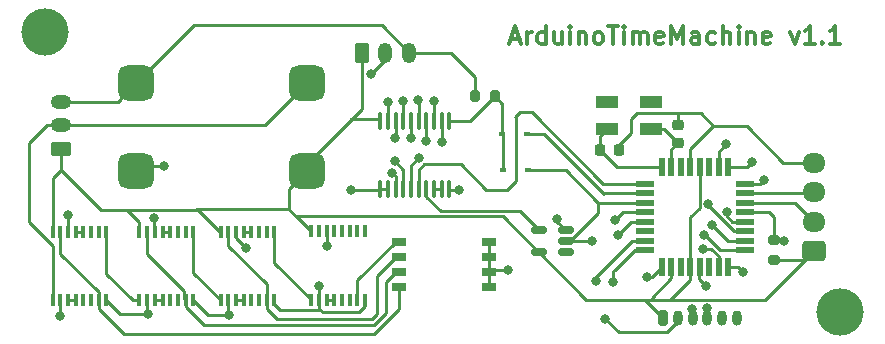
<source format=gbr>
%TF.GenerationSoftware,KiCad,Pcbnew,(6.0.7)*%
%TF.CreationDate,2023-02-24T11:48:17+01:00*%
%TF.ProjectId,freqcount,66726571-636f-4756-9e74-2e6b69636164,rev?*%
%TF.SameCoordinates,PX640f3c0PY67de938*%
%TF.FileFunction,Copper,L1,Top*%
%TF.FilePolarity,Positive*%
%FSLAX46Y46*%
G04 Gerber Fmt 4.6, Leading zero omitted, Abs format (unit mm)*
G04 Created by KiCad (PCBNEW (6.0.7)) date 2023-02-24 11:48:17*
%MOMM*%
%LPD*%
G01*
G04 APERTURE LIST*
G04 Aperture macros list*
%AMRoundRect*
0 Rectangle with rounded corners*
0 $1 Rounding radius*
0 $2 $3 $4 $5 $6 $7 $8 $9 X,Y pos of 4 corners*
0 Add a 4 corners polygon primitive as box body*
4,1,4,$2,$3,$4,$5,$6,$7,$8,$9,$2,$3,0*
0 Add four circle primitives for the rounded corners*
1,1,$1+$1,$2,$3*
1,1,$1+$1,$4,$5*
1,1,$1+$1,$6,$7*
1,1,$1+$1,$8,$9*
0 Add four rect primitives between the rounded corners*
20,1,$1+$1,$2,$3,$4,$5,0*
20,1,$1+$1,$4,$5,$6,$7,0*
20,1,$1+$1,$6,$7,$8,$9,0*
20,1,$1+$1,$8,$9,$2,$3,0*%
G04 Aperture macros list end*
%ADD10C,0.300000*%
%TA.AperFunction,NonConductor*%
%ADD11C,0.300000*%
%TD*%
%TA.AperFunction,ComponentPad*%
%ADD12RoundRect,0.200000X-0.200000X-0.450000X0.200000X-0.450000X0.200000X0.450000X-0.200000X0.450000X0*%
%TD*%
%TA.AperFunction,ComponentPad*%
%ADD13O,0.800000X1.300000*%
%TD*%
%TA.AperFunction,ComponentPad*%
%ADD14RoundRect,0.250000X0.625000X-0.350000X0.625000X0.350000X-0.625000X0.350000X-0.625000X-0.350000X0*%
%TD*%
%TA.AperFunction,ComponentPad*%
%ADD15O,1.750000X1.200000*%
%TD*%
%TA.AperFunction,SMDPad,CuDef*%
%ADD16RoundRect,0.100000X0.100000X-0.637500X0.100000X0.637500X-0.100000X0.637500X-0.100000X-0.637500X0*%
%TD*%
%TA.AperFunction,SMDPad,CuDef*%
%ADD17RoundRect,0.200000X-0.275000X0.200000X-0.275000X-0.200000X0.275000X-0.200000X0.275000X0.200000X0*%
%TD*%
%TA.AperFunction,SMDPad,CuDef*%
%ADD18R,0.600000X0.450000*%
%TD*%
%TA.AperFunction,SMDPad,CuDef*%
%ADD19RoundRect,0.225000X0.250000X-0.225000X0.250000X0.225000X-0.250000X0.225000X-0.250000X-0.225000X0*%
%TD*%
%TA.AperFunction,SMDPad,CuDef*%
%ADD20RoundRect,0.200000X0.200000X0.275000X-0.200000X0.275000X-0.200000X-0.275000X0.200000X-0.275000X0*%
%TD*%
%TA.AperFunction,SMDPad,CuDef*%
%ADD21RoundRect,0.750000X-0.750000X-0.750000X0.750000X-0.750000X0.750000X0.750000X-0.750000X0.750000X0*%
%TD*%
%TA.AperFunction,SMDPad,CuDef*%
%ADD22RoundRect,0.225000X-0.225000X-0.250000X0.225000X-0.250000X0.225000X0.250000X-0.225000X0.250000X0*%
%TD*%
%TA.AperFunction,SMDPad,CuDef*%
%ADD23R,1.900000X1.100000*%
%TD*%
%TA.AperFunction,SMDPad,CuDef*%
%ADD24R,0.400000X1.000000*%
%TD*%
%TA.AperFunction,SMDPad,CuDef*%
%ADD25RoundRect,0.150000X0.512500X0.150000X-0.512500X0.150000X-0.512500X-0.150000X0.512500X-0.150000X0*%
%TD*%
%TA.AperFunction,ComponentPad*%
%ADD26RoundRect,0.250000X-0.350000X-0.625000X0.350000X-0.625000X0.350000X0.625000X-0.350000X0.625000X0*%
%TD*%
%TA.AperFunction,ComponentPad*%
%ADD27O,1.200000X1.750000*%
%TD*%
%TA.AperFunction,SMDPad,CuDef*%
%ADD28R,0.550000X1.600000*%
%TD*%
%TA.AperFunction,SMDPad,CuDef*%
%ADD29R,1.600000X0.550000*%
%TD*%
%TA.AperFunction,ComponentPad*%
%ADD30RoundRect,0.250000X0.725000X-0.600000X0.725000X0.600000X-0.725000X0.600000X-0.725000X-0.600000X0*%
%TD*%
%TA.AperFunction,ComponentPad*%
%ADD31O,1.950000X1.700000*%
%TD*%
%TA.AperFunction,SMDPad,CuDef*%
%ADD32R,1.270000X0.760000*%
%TD*%
%TA.AperFunction,ViaPad*%
%ADD33C,0.800000*%
%TD*%
%TA.AperFunction,ViaPad*%
%ADD34C,4.000000*%
%TD*%
%TA.AperFunction,Conductor*%
%ADD35C,0.250000*%
%TD*%
G04 APERTURE END LIST*
D10*
D11*
X43201428Y25800000D02*
X43915714Y25800000D01*
X43058571Y25371429D02*
X43558571Y26871429D01*
X44058571Y25371429D01*
X44558571Y25371429D02*
X44558571Y26371429D01*
X44558571Y26085715D02*
X44630000Y26228572D01*
X44701428Y26300000D01*
X44844285Y26371429D01*
X44987142Y26371429D01*
X46130000Y25371429D02*
X46130000Y26871429D01*
X46130000Y25442858D02*
X45987142Y25371429D01*
X45701428Y25371429D01*
X45558571Y25442858D01*
X45487142Y25514286D01*
X45415714Y25657143D01*
X45415714Y26085715D01*
X45487142Y26228572D01*
X45558571Y26300000D01*
X45701428Y26371429D01*
X45987142Y26371429D01*
X46130000Y26300000D01*
X47487142Y26371429D02*
X47487142Y25371429D01*
X46844285Y26371429D02*
X46844285Y25585715D01*
X46915714Y25442858D01*
X47058571Y25371429D01*
X47272857Y25371429D01*
X47415714Y25442858D01*
X47487142Y25514286D01*
X48201428Y25371429D02*
X48201428Y26371429D01*
X48201428Y26871429D02*
X48130000Y26800000D01*
X48201428Y26728572D01*
X48272857Y26800000D01*
X48201428Y26871429D01*
X48201428Y26728572D01*
X48915714Y26371429D02*
X48915714Y25371429D01*
X48915714Y26228572D02*
X48987142Y26300000D01*
X49130000Y26371429D01*
X49344285Y26371429D01*
X49487142Y26300000D01*
X49558571Y26157143D01*
X49558571Y25371429D01*
X50487142Y25371429D02*
X50344285Y25442858D01*
X50272857Y25514286D01*
X50201428Y25657143D01*
X50201428Y26085715D01*
X50272857Y26228572D01*
X50344285Y26300000D01*
X50487142Y26371429D01*
X50701428Y26371429D01*
X50844285Y26300000D01*
X50915714Y26228572D01*
X50987142Y26085715D01*
X50987142Y25657143D01*
X50915714Y25514286D01*
X50844285Y25442858D01*
X50701428Y25371429D01*
X50487142Y25371429D01*
X51415714Y26871429D02*
X52272857Y26871429D01*
X51844285Y25371429D02*
X51844285Y26871429D01*
X52772857Y25371429D02*
X52772857Y26371429D01*
X52772857Y26871429D02*
X52701428Y26800000D01*
X52772857Y26728572D01*
X52844285Y26800000D01*
X52772857Y26871429D01*
X52772857Y26728572D01*
X53487142Y25371429D02*
X53487142Y26371429D01*
X53487142Y26228572D02*
X53558571Y26300000D01*
X53701428Y26371429D01*
X53915714Y26371429D01*
X54058571Y26300000D01*
X54130000Y26157143D01*
X54130000Y25371429D01*
X54130000Y26157143D02*
X54201428Y26300000D01*
X54344285Y26371429D01*
X54558571Y26371429D01*
X54701428Y26300000D01*
X54772857Y26157143D01*
X54772857Y25371429D01*
X56058571Y25442858D02*
X55915714Y25371429D01*
X55630000Y25371429D01*
X55487142Y25442858D01*
X55415714Y25585715D01*
X55415714Y26157143D01*
X55487142Y26300000D01*
X55630000Y26371429D01*
X55915714Y26371429D01*
X56058571Y26300000D01*
X56130000Y26157143D01*
X56130000Y26014286D01*
X55415714Y25871429D01*
X56772857Y25371429D02*
X56772857Y26871429D01*
X57272857Y25800000D01*
X57772857Y26871429D01*
X57772857Y25371429D01*
X59130000Y25371429D02*
X59130000Y26157143D01*
X59058571Y26300000D01*
X58915714Y26371429D01*
X58630000Y26371429D01*
X58487142Y26300000D01*
X59130000Y25442858D02*
X58987142Y25371429D01*
X58630000Y25371429D01*
X58487142Y25442858D01*
X58415714Y25585715D01*
X58415714Y25728572D01*
X58487142Y25871429D01*
X58630000Y25942858D01*
X58987142Y25942858D01*
X59130000Y26014286D01*
X60487142Y25442858D02*
X60344285Y25371429D01*
X60058571Y25371429D01*
X59915714Y25442858D01*
X59844285Y25514286D01*
X59772857Y25657143D01*
X59772857Y26085715D01*
X59844285Y26228572D01*
X59915714Y26300000D01*
X60058571Y26371429D01*
X60344285Y26371429D01*
X60487142Y26300000D01*
X61130000Y25371429D02*
X61130000Y26871429D01*
X61772857Y25371429D02*
X61772857Y26157143D01*
X61701428Y26300000D01*
X61558571Y26371429D01*
X61344285Y26371429D01*
X61201428Y26300000D01*
X61130000Y26228572D01*
X62487142Y25371429D02*
X62487142Y26371429D01*
X62487142Y26871429D02*
X62415714Y26800000D01*
X62487142Y26728572D01*
X62558571Y26800000D01*
X62487142Y26871429D01*
X62487142Y26728572D01*
X63201428Y26371429D02*
X63201428Y25371429D01*
X63201428Y26228572D02*
X63272857Y26300000D01*
X63415714Y26371429D01*
X63630000Y26371429D01*
X63772857Y26300000D01*
X63844285Y26157143D01*
X63844285Y25371429D01*
X65130000Y25442858D02*
X64987142Y25371429D01*
X64701428Y25371429D01*
X64558571Y25442858D01*
X64487142Y25585715D01*
X64487142Y26157143D01*
X64558571Y26300000D01*
X64701428Y26371429D01*
X64987142Y26371429D01*
X65130000Y26300000D01*
X65201428Y26157143D01*
X65201428Y26014286D01*
X64487142Y25871429D01*
X66844285Y26371429D02*
X67201428Y25371429D01*
X67558571Y26371429D01*
X68915714Y25371429D02*
X68058571Y25371429D01*
X68487142Y25371429D02*
X68487142Y26871429D01*
X68344285Y26657143D01*
X68201428Y26514286D01*
X68058571Y26442858D01*
X69558571Y25514286D02*
X69630000Y25442858D01*
X69558571Y25371429D01*
X69487142Y25442858D01*
X69558571Y25514286D01*
X69558571Y25371429D01*
X71058571Y25371429D02*
X70201428Y25371429D01*
X70630000Y25371429D02*
X70630000Y26871429D01*
X70487142Y26657143D01*
X70344285Y26514286D01*
X70201428Y26442858D01*
D12*
%TO.P,J4,1,Pin_1*%
%TO.N,+5V*%
X56060000Y2145000D03*
D13*
%TO.P,J4,2,Pin_2*%
%TO.N,Net-(U5-Pad15)*%
X57310000Y2145000D03*
%TO.P,J4,3,Pin_3*%
%TO.N,GND*%
X58560000Y2145000D03*
%TO.P,J4,4,Pin_4*%
%TO.N,Net-(U5-Pad16)*%
X59810000Y2145000D03*
%TO.P,J4,5,Pin_5*%
%TO.N,Net-(U5-Pad17)*%
X61060000Y2145000D03*
%TO.P,J4,6,Pin_6*%
%TO.N,/Reset*%
X62310000Y2145000D03*
%TD*%
D14*
%TO.P,J1,1,Pin_1*%
%TO.N,+5V*%
X5070000Y16480000D03*
D15*
%TO.P,J1,2,Pin_2*%
%TO.N,Net-(J1-Pad2)*%
X5070000Y18480000D03*
%TO.P,J1,3,Pin_3*%
%TO.N,GND*%
X5070000Y20480000D03*
%TD*%
D16*
%TO.P,U6,1,CKLA*%
%TO.N,Net-(J2-Pad2)*%
X32125000Y13127500D03*
%TO.P,U6,2,CLKB*%
X32775000Y13127500D03*
%TO.P,U6,3,~{GAL}*%
%TO.N,GAL*%
X33425000Y13127500D03*
%TO.P,U6,4,~{GAU}*%
%TO.N,GAU*%
X34075000Y13127500D03*
%TO.P,U6,5,~{GBL}*%
%TO.N,GBL*%
X34725000Y13127500D03*
%TO.P,U6,6,~{GBU}*%
%TO.N,GBU*%
X35375000Y13127500D03*
%TO.P,U6,7,RCLK*%
%TO.N,Net-(U6-Pad7)*%
X36025000Y13127500D03*
%TO.P,U6,8,~{RCOA}*%
%TO.N,Net-(U6-Pad8)*%
X36675000Y13127500D03*
%TO.P,U6,9,~{CLKBEN}*%
X37325000Y13127500D03*
%TO.P,U6,10,GND*%
%TO.N,GND*%
X37975000Y13127500D03*
%TO.P,U6,11,~{CCLR}*%
%TO.N,Net-(D1-Pad1)*%
X37975000Y18852500D03*
%TO.P,U6,12,Y7*%
%TO.N,Net-(U5-Pad13)*%
X37325000Y18852500D03*
%TO.P,U6,13,Y6*%
%TO.N,Net-(U5-Pad12)*%
X36675000Y18852500D03*
%TO.P,U6,14,Y5*%
%TO.N,Net-(U5-Pad28)*%
X36025000Y18852500D03*
%TO.P,U6,15,Y4*%
%TO.N,Net-(U5-Pad27)*%
X35375000Y18852500D03*
%TO.P,U6,16,Y3*%
%TO.N,Net-(U5-Pad26)*%
X34725000Y18852500D03*
%TO.P,U6,17,Y2*%
%TO.N,Net-(U5-Pad25)*%
X34075000Y18852500D03*
%TO.P,U6,18,Y1*%
%TO.N,Net-(U5-Pad24)*%
X33425000Y18852500D03*
%TO.P,U6,19,Y0*%
%TO.N,Net-(U5-Pad23)*%
X32775000Y18852500D03*
%TO.P,U6,20,VCC*%
%TO.N,+5V*%
X32125000Y18852500D03*
%TD*%
D17*
%TO.P,R2,1*%
%TO.N,/Reset*%
X65460000Y8740000D03*
%TO.P,R2,2*%
%TO.N,+5V*%
X65460000Y7090000D03*
%TD*%
D18*
%TO.P,D1,1,K*%
%TO.N,Net-(D1-Pad1)*%
X42490000Y14690000D03*
%TO.P,D1,2,A*%
%TO.N,Net-(D1-Pad2)*%
X44590000Y14690000D03*
%TD*%
%TO.P,D2,1,K*%
%TO.N,Net-(D1-Pad1)*%
X42440000Y17760000D03*
%TO.P,D2,2,A*%
%TO.N,Net-(D2-Pad2)*%
X44540000Y17760000D03*
%TD*%
D19*
%TO.P,C2,1*%
%TO.N,Net-(U5-Pad7)*%
X57310000Y16995000D03*
%TO.P,C2,2*%
%TO.N,GND*%
X57310000Y18545000D03*
%TD*%
D20*
%TO.P,R1,1*%
%TO.N,Net-(D1-Pad1)*%
X41830000Y20930000D03*
%TO.P,R1,2*%
%TO.N,GND*%
X40180000Y20930000D03*
%TD*%
D21*
%TO.P,QA1,1,GND*%
%TO.N,GND*%
X11470000Y22050000D03*
%TO.P,QA1,2,GND*%
X11470000Y14620000D03*
%TO.P,QA1,3,Out*%
%TO.N,Net-(J1-Pad2)*%
X25910000Y22050000D03*
%TO.P,QA1,4,VCC*%
%TO.N,+5V*%
X25910000Y14620000D03*
%TD*%
D22*
%TO.P,C1,1*%
%TO.N,Net-(U5-Pad8)*%
X50760000Y16385000D03*
%TO.P,C1,2*%
%TO.N,GND*%
X52310000Y16385000D03*
%TD*%
D23*
%TO.P,Y1,1,1*%
%TO.N,Net-(U5-Pad8)*%
X51340000Y18170000D03*
%TO.P,Y1,2,2*%
%TO.N,Net-(U5-Pad7)*%
X55040000Y18170000D03*
%TO.P,Y1,3*%
%TO.N,N/C*%
X55040000Y20470000D03*
%TO.P,Y1,4*%
X51340000Y20470000D03*
%TD*%
D24*
%TO.P,U2,1,~{CP0}*%
%TO.N,Net-(U1-Pad9)*%
X11735000Y3650000D03*
%TO.P,U2,2,MR*%
%TO.N,GND*%
X12385000Y3650000D03*
%TO.P,U2,3,Q0*%
%TO.N,Net-(U2-Pad3)*%
X13035000Y3650000D03*
%TO.P,U2,4,~{CP1}*%
X13685000Y3650000D03*
%TO.P,U2,5,Q1*%
%TO.N,unconnected-(U2-Pad5)*%
X14335000Y3650000D03*
%TO.P,U2,6,Q2*%
%TO.N,unconnected-(U2-Pad6)*%
X14985000Y3650000D03*
%TO.P,U2,7,Q3*%
%TO.N,Net-(SW1-Pad3)*%
X15635000Y3650000D03*
%TO.P,U2,8,GND*%
%TO.N,GND*%
X16285000Y3650000D03*
%TO.P,U2,9,Q3*%
%TO.N,Net-(U2-Pad9)*%
X16285000Y9450000D03*
%TO.P,U2,10,Q2*%
%TO.N,unconnected-(U2-Pad10)*%
X15635000Y9450000D03*
%TO.P,U2,11,Q1*%
%TO.N,unconnected-(U2-Pad11)*%
X14985000Y9450000D03*
%TO.P,U2,12,~{CP1}*%
%TO.N,Net-(U2-Pad12)*%
X14335000Y9450000D03*
%TO.P,U2,13,Q0*%
X13685000Y9450000D03*
%TO.P,U2,14,MR*%
%TO.N,GND*%
X13035000Y9450000D03*
%TO.P,U2,15,~{CP0}*%
%TO.N,Net-(SW1-Pad3)*%
X12385000Y9450000D03*
%TO.P,U2,16,VCC*%
%TO.N,+5V*%
X11735000Y9450000D03*
%TD*%
D25*
%TO.P,U7,1*%
%TO.N,N/C*%
X47827500Y7720000D03*
%TO.P,U7,2*%
%TO.N,Net-(D1-Pad2)*%
X47827500Y8670000D03*
%TO.P,U7,3,GND*%
%TO.N,GND*%
X47827500Y9620000D03*
%TO.P,U7,4*%
%TO.N,Net-(U6-Pad7)*%
X45552500Y9620000D03*
%TO.P,U7,5,VCC*%
%TO.N,+5V*%
X45552500Y7720000D03*
%TD*%
D24*
%TO.P,U1,1,~{CP0}*%
%TO.N,Net-(J1-Pad2)*%
X4385000Y3670000D03*
%TO.P,U1,2,MR*%
%TO.N,GND*%
X5035000Y3670000D03*
%TO.P,U1,3,Q0*%
%TO.N,Net-(U1-Pad3)*%
X5685000Y3670000D03*
%TO.P,U1,4,~{CP1}*%
X6335000Y3670000D03*
%TO.P,U1,5,Q1*%
%TO.N,unconnected-(U1-Pad5)*%
X6985000Y3670000D03*
%TO.P,U1,6,Q2*%
%TO.N,unconnected-(U1-Pad6)*%
X7635000Y3670000D03*
%TO.P,U1,7,Q3*%
%TO.N,Net-(SW1-Pad4)*%
X8285000Y3670000D03*
%TO.P,U1,8,GND*%
%TO.N,GND*%
X8935000Y3670000D03*
%TO.P,U1,9,Q3*%
%TO.N,Net-(U1-Pad9)*%
X8935000Y9470000D03*
%TO.P,U1,10,Q2*%
%TO.N,unconnected-(U1-Pad10)*%
X8285000Y9470000D03*
%TO.P,U1,11,Q1*%
%TO.N,unconnected-(U1-Pad11)*%
X7635000Y9470000D03*
%TO.P,U1,12,~{CP1}*%
%TO.N,Net-(U1-Pad12)*%
X6985000Y9470000D03*
%TO.P,U1,13,Q0*%
X6335000Y9470000D03*
%TO.P,U1,14,MR*%
%TO.N,GND*%
X5685000Y9470000D03*
%TO.P,U1,15,~{CP0}*%
%TO.N,Net-(SW1-Pad4)*%
X5035000Y9470000D03*
%TO.P,U1,16,VCC*%
%TO.N,+5V*%
X4385000Y9470000D03*
%TD*%
D26*
%TO.P,J2,1,Pin_1*%
%TO.N,+5V*%
X30540000Y24630000D03*
D27*
%TO.P,J2,2,Pin_2*%
%TO.N,Net-(J2-Pad2)*%
X32540000Y24630000D03*
%TO.P,J2,3,Pin_3*%
%TO.N,GND*%
X34540000Y24630000D03*
%TD*%
D28*
%TO.P,U5,1,PD3*%
%TO.N,GAU*%
X61570000Y14970000D03*
%TO.P,U5,2,PD4*%
%TO.N,GBL*%
X60770000Y14970000D03*
%TO.P,U5,3,PE0*%
%TO.N,unconnected-(U5-Pad3)*%
X59970000Y14970000D03*
%TO.P,U5,4,VCC*%
%TO.N,+5V*%
X59170000Y14970000D03*
%TO.P,U5,5,GND*%
%TO.N,GND*%
X58370000Y14970000D03*
%TO.P,U5,6,PE1*%
%TO.N,unconnected-(U5-Pad6)*%
X57570000Y14970000D03*
%TO.P,U5,7,XTAL1/PB6*%
%TO.N,Net-(U5-Pad7)*%
X56770000Y14970000D03*
%TO.P,U5,8,XTAL2/PB7*%
%TO.N,Net-(U5-Pad8)*%
X55970000Y14970000D03*
D29*
%TO.P,U5,9,PD5*%
%TO.N,GBU*%
X54520000Y13520000D03*
%TO.P,U5,10,PD6*%
%TO.N,Net-(D2-Pad2)*%
X54520000Y12720000D03*
%TO.P,U5,11,PD7*%
%TO.N,Net-(D1-Pad2)*%
X54520000Y11920000D03*
%TO.P,U5,12,PB0*%
%TO.N,Net-(U5-Pad12)*%
X54520000Y11120000D03*
%TO.P,U5,13,PB1*%
%TO.N,Net-(U5-Pad13)*%
X54520000Y10320000D03*
%TO.P,U5,14,PB2*%
%TO.N,unconnected-(U5-Pad14)*%
X54520000Y9520000D03*
%TO.P,U5,15,PB3*%
%TO.N,Net-(U5-Pad15)*%
X54520000Y8720000D03*
%TO.P,U5,16,PB4*%
%TO.N,Net-(U5-Pad16)*%
X54520000Y7920000D03*
D28*
%TO.P,U5,17,PB5*%
%TO.N,Net-(U5-Pad17)*%
X55970000Y6470000D03*
%TO.P,U5,18,AVCC*%
%TO.N,+5V*%
X56770000Y6470000D03*
%TO.P,U5,19,PE2*%
%TO.N,unconnected-(U5-Pad19)*%
X57570000Y6470000D03*
%TO.P,U5,20,AREF*%
%TO.N,+5V*%
X58370000Y6470000D03*
%TO.P,U5,21,GND*%
%TO.N,GND*%
X59170000Y6470000D03*
%TO.P,U5,22,PE3*%
%TO.N,unconnected-(U5-Pad22)*%
X59970000Y6470000D03*
%TO.P,U5,23,PC0*%
%TO.N,Net-(U5-Pad23)*%
X60770000Y6470000D03*
%TO.P,U5,24,PC1*%
%TO.N,Net-(U5-Pad24)*%
X61570000Y6470000D03*
D29*
%TO.P,U5,25,PC2*%
%TO.N,Net-(U5-Pad25)*%
X63020000Y7920000D03*
%TO.P,U5,26,PC3*%
%TO.N,Net-(U5-Pad26)*%
X63020000Y8720000D03*
%TO.P,U5,27,PC4*%
%TO.N,Net-(U5-Pad27)*%
X63020000Y9520000D03*
%TO.P,U5,28,PC5*%
%TO.N,Net-(U5-Pad28)*%
X63020000Y10320000D03*
%TO.P,U5,29,~{RESET}/PC6*%
%TO.N,/Reset*%
X63020000Y11120000D03*
%TO.P,U5,30,PD0*%
%TO.N,Net-(U5-Pad30)*%
X63020000Y11920000D03*
%TO.P,U5,31,PD1*%
%TO.N,Net-(U5-Pad31)*%
X63020000Y12720000D03*
%TO.P,U5,32,PD2*%
%TO.N,GAL*%
X63020000Y13520000D03*
%TD*%
D24*
%TO.P,U3,1,~{CP0}*%
%TO.N,Net-(U2-Pad9)*%
X18615000Y3660000D03*
%TO.P,U3,2,MR*%
%TO.N,GND*%
X19265000Y3660000D03*
%TO.P,U3,3,Q0*%
%TO.N,Net-(U3-Pad3)*%
X19915000Y3660000D03*
%TO.P,U3,4,~{CP1}*%
X20565000Y3660000D03*
%TO.P,U3,5,Q1*%
%TO.N,unconnected-(U3-Pad5)*%
X21215000Y3660000D03*
%TO.P,U3,6,Q2*%
%TO.N,unconnected-(U3-Pad6)*%
X21865000Y3660000D03*
%TO.P,U3,7,Q3*%
%TO.N,Net-(SW1-Pad2)*%
X22515000Y3660000D03*
%TO.P,U3,8,GND*%
%TO.N,GND*%
X23165000Y3660000D03*
%TO.P,U3,9,Q3*%
%TO.N,Net-(U3-Pad9)*%
X23165000Y9460000D03*
%TO.P,U3,10,Q2*%
%TO.N,unconnected-(U3-Pad10)*%
X22515000Y9460000D03*
%TO.P,U3,11,Q1*%
%TO.N,unconnected-(U3-Pad11)*%
X21865000Y9460000D03*
%TO.P,U3,12,~{CP1}*%
%TO.N,Net-(U3-Pad12)*%
X21215000Y9460000D03*
%TO.P,U3,13,Q0*%
X20565000Y9460000D03*
%TO.P,U3,14,MR*%
%TO.N,GND*%
X19915000Y9460000D03*
%TO.P,U3,15,~{CP0}*%
%TO.N,Net-(SW1-Pad2)*%
X19265000Y9460000D03*
%TO.P,U3,16,VCC*%
%TO.N,+5V*%
X18615000Y9460000D03*
%TD*%
D30*
%TO.P,J3,1,Pin_1*%
%TO.N,+5V*%
X68840000Y7820000D03*
D31*
%TO.P,J3,2,Pin_2*%
%TO.N,Net-(U5-Pad30)*%
X68840000Y10320000D03*
%TO.P,J3,3,Pin_3*%
%TO.N,Net-(U5-Pad31)*%
X68840000Y12820000D03*
%TO.P,J3,4,Pin_4*%
%TO.N,GND*%
X68840000Y15320000D03*
%TD*%
D24*
%TO.P,U4,1,~{CP0}*%
%TO.N,Net-(U3-Pad9)*%
X26275000Y3700000D03*
%TO.P,U4,2,MR*%
%TO.N,GND*%
X26925000Y3700000D03*
%TO.P,U4,3,Q0*%
%TO.N,Net-(U4-Pad3)*%
X27575000Y3700000D03*
%TO.P,U4,4,~{CP1}*%
X28225000Y3700000D03*
%TO.P,U4,5,Q1*%
%TO.N,unconnected-(U4-Pad5)*%
X28875000Y3700000D03*
%TO.P,U4,6,Q2*%
%TO.N,unconnected-(U4-Pad6)*%
X29525000Y3700000D03*
%TO.P,U4,7,Q3*%
%TO.N,Net-(SW1-Pad1)*%
X30175000Y3700000D03*
%TO.P,U4,8,GND*%
%TO.N,GND*%
X30825000Y3700000D03*
%TO.P,U4,9,Q3*%
%TO.N,unconnected-(U4-Pad9)*%
X30825000Y9500000D03*
%TO.P,U4,10,Q2*%
%TO.N,unconnected-(U4-Pad10)*%
X30175000Y9500000D03*
%TO.P,U4,11,Q1*%
%TO.N,unconnected-(U4-Pad11)*%
X29525000Y9500000D03*
%TO.P,U4,12,~{CP1}*%
%TO.N,unconnected-(U4-Pad12)*%
X28875000Y9500000D03*
%TO.P,U4,13,Q0*%
%TO.N,unconnected-(U4-Pad13)*%
X28225000Y9500000D03*
%TO.P,U4,14,MR*%
%TO.N,GND*%
X27575000Y9500000D03*
%TO.P,U4,15,~{CP0}*%
%TO.N,unconnected-(U4-Pad15)*%
X26925000Y9500000D03*
%TO.P,U4,16,VCC*%
%TO.N,+5V*%
X26275000Y9500000D03*
%TD*%
D32*
%TO.P,SW1,1*%
%TO.N,Net-(SW1-Pad1)*%
X33690000Y8605000D03*
%TO.P,SW1,2*%
%TO.N,Net-(SW1-Pad2)*%
X33690000Y7335000D03*
%TO.P,SW1,3*%
%TO.N,Net-(SW1-Pad3)*%
X33690000Y6065000D03*
%TO.P,SW1,4*%
%TO.N,Net-(SW1-Pad4)*%
X33690000Y4795000D03*
%TO.P,SW1,5*%
%TO.N,Net-(D1-Pad2)*%
X41310000Y4795000D03*
%TO.P,SW1,6*%
X41310000Y6065000D03*
%TO.P,SW1,7*%
X41310000Y7335000D03*
%TO.P,SW1,8*%
X41310000Y8605000D03*
%TD*%
D33*
%TO.N,Net-(U5-Pad17)*%
X54680000Y5605000D03*
%TO.N,/Reset*%
X66270000Y8705000D03*
%TO.N,Net-(U5-Pad16)*%
X59770000Y2985500D03*
%TO.N,GND*%
X58500000Y2935000D03*
%TO.N,Net-(U5-Pad15)*%
X51190000Y2085000D03*
%TO.N,Net-(U5-Pad16)*%
X51860000Y5185000D03*
%TO.N,Net-(U5-Pad15)*%
X50380000Y5315000D03*
D34*
%TO.N,GND*%
X3710000Y26390000D03*
X71060000Y2660000D03*
D33*
X12480000Y2510000D03*
X19280000Y2420000D03*
X13790000Y15050000D03*
X13000000Y10610000D03*
X26950000Y4860000D03*
X20750000Y8080000D03*
X59700000Y4915000D03*
X4990000Y2340000D03*
X5710000Y10920000D03*
X27600000Y8290000D03*
X38760000Y12970000D03*
X47120000Y10510000D03*
%TO.N,Net-(J2-Pad2)*%
X31350000Y22790000D03*
X29660000Y12990000D03*
%TO.N,GAU*%
X63590000Y15360000D03*
X33354282Y15458404D03*
%TO.N,GBL*%
X35385451Y15739951D03*
X61410000Y16890000D03*
%TO.N,Net-(U5-Pad12)*%
X52000000Y10460000D03*
X36640000Y20580000D03*
%TO.N,Net-(U5-Pad13)*%
X52260000Y9230000D03*
X37330000Y17080000D03*
%TO.N,Net-(U5-Pad23)*%
X59450000Y8040000D03*
X32760000Y20420000D03*
%TO.N,Net-(U5-Pad24)*%
X33410000Y17410000D03*
X62830000Y6040000D03*
%TO.N,Net-(U5-Pad25)*%
X59520000Y9210000D03*
X34070000Y20510000D03*
%TO.N,Net-(U5-Pad26)*%
X34740000Y17410000D03*
X60220000Y10030000D03*
%TO.N,Net-(U5-Pad27)*%
X35350000Y20630000D03*
X59894500Y11840000D03*
%TO.N,Net-(U5-Pad28)*%
X36030000Y17160000D03*
X61484101Y11154101D03*
%TO.N,GAL*%
X33150000Y14480000D03*
X64595000Y13825000D03*
%TO.N,Net-(D1-Pad2)*%
X42970000Y6200000D03*
X50090000Y8700000D03*
%TD*%
D35*
%TO.N,GND*%
X57310000Y19465000D02*
X57360000Y19515000D01*
X57310000Y18545000D02*
X57310000Y19465000D01*
X57360000Y19515000D02*
X59245000Y19515000D01*
X53860000Y19515000D02*
X57360000Y19515000D01*
X59245000Y19515000D02*
X60330000Y18430000D01*
X53330000Y18985000D02*
X53860000Y19515000D01*
X53330000Y17845000D02*
X53330000Y18985000D01*
X52310000Y16385000D02*
X52310000Y16825000D01*
X52310000Y16825000D02*
X53330000Y17845000D01*
%TO.N,Net-(U5-Pad7)*%
X56135000Y18170000D02*
X57310000Y16995000D01*
X55040000Y18170000D02*
X56135000Y18170000D01*
X56770000Y16455000D02*
X57310000Y16995000D01*
X56770000Y14970000D02*
X56770000Y16455000D01*
%TO.N,Net-(U5-Pad8)*%
X50760000Y16385000D02*
X52175000Y14970000D01*
X52175000Y14970000D02*
X55970000Y14970000D01*
X50760000Y17590000D02*
X51340000Y18170000D01*
X50760000Y16385000D02*
X50760000Y17590000D01*
%TO.N,GND*%
X59120000Y6420000D02*
X59170000Y6470000D01*
X59120000Y5495000D02*
X59120000Y6420000D01*
X59700000Y4915000D02*
X59120000Y5495000D01*
%TO.N,Net-(U5-Pad17)*%
X55105000Y5605000D02*
X55970000Y6470000D01*
X54680000Y5605000D02*
X55105000Y5605000D01*
%TO.N,/Reset*%
X66235000Y8740000D02*
X66270000Y8705000D01*
X65460000Y8740000D02*
X66235000Y8740000D01*
%TO.N,Net-(U5-Pad15)*%
X52309336Y965664D02*
X51190000Y2085000D01*
X56380664Y965664D02*
X52309336Y965664D01*
X57310000Y1895000D02*
X56380664Y965664D01*
X57310000Y2145000D02*
X57310000Y1895000D01*
%TO.N,Net-(U5-Pad16)*%
X51860000Y6105000D02*
X51860000Y5185000D01*
X51960000Y6205000D02*
X51860000Y6105000D01*
X53675000Y7920000D02*
X51960000Y6205000D01*
X54520000Y7920000D02*
X53675000Y7920000D01*
%TO.N,Net-(U5-Pad15)*%
X50380000Y5630000D02*
X50380000Y5315000D01*
X53470000Y8720000D02*
X50380000Y5630000D01*
X54520000Y8720000D02*
X53470000Y8720000D01*
%TO.N,+5V*%
X54495000Y3710000D02*
X53375000Y3710000D01*
X53375000Y3710000D02*
X49560000Y3710000D01*
X55110000Y3710000D02*
X53375000Y3710000D01*
X56060000Y2145000D02*
X54495000Y3710000D01*
%TO.N,Net-(D1-Pad1)*%
X42490000Y14690000D02*
X42490000Y17710000D01*
X39752500Y18852500D02*
X41830000Y20930000D01*
X42440000Y20320000D02*
X41830000Y20930000D01*
X42490000Y17710000D02*
X42440000Y17760000D01*
X37975000Y18852500D02*
X39752500Y18852500D01*
X42440000Y17760000D02*
X42440000Y20320000D01*
%TO.N,Net-(D2-Pad2)*%
X44490000Y17760000D02*
X45960000Y17760000D01*
X51050000Y12670000D02*
X51100000Y12720000D01*
X51100000Y12720000D02*
X54520000Y12720000D01*
X45960000Y17760000D02*
X51050000Y12670000D01*
%TO.N,+5V*%
X4385000Y9470000D02*
X4385000Y14035000D01*
X56770000Y5545000D02*
X55110000Y3885000D01*
X16560000Y11350000D02*
X16600000Y11390000D01*
X18530000Y9460000D02*
X16600000Y11390000D01*
X10710000Y11350000D02*
X16560000Y11350000D01*
X59170000Y11520000D02*
X58370000Y10720000D01*
X33730000Y10770000D02*
X24990000Y10770000D01*
X16600000Y11390000D02*
X24370000Y11390000D01*
X25005000Y10770000D02*
X26275000Y9500000D01*
X29335000Y18635000D02*
X29680000Y18980000D01*
X30540000Y24630000D02*
X30540000Y19840000D01*
X5070000Y14720000D02*
X8440000Y11350000D01*
X26400000Y15700000D02*
X29335000Y18635000D01*
X56600000Y3710000D02*
X55110000Y3710000D01*
X30540000Y19840000D02*
X29335000Y18635000D01*
X68840000Y7820000D02*
X64730000Y3710000D01*
X11735000Y10325000D02*
X10710000Y11350000D01*
X56660000Y3710000D02*
X56600000Y3710000D01*
X58370000Y5420000D02*
X56660000Y3710000D01*
X58370000Y6470000D02*
X58370000Y5420000D01*
X5070000Y16480000D02*
X5070000Y14720000D01*
X55110000Y3885000D02*
X55110000Y3710000D01*
X4385000Y14035000D02*
X5070000Y14720000D01*
X18615000Y9460000D02*
X18530000Y9460000D01*
X24990000Y10770000D02*
X25005000Y10770000D01*
X59170000Y14970000D02*
X59170000Y11520000D01*
X24370000Y11390000D02*
X24410000Y11350000D01*
X49560000Y3710000D02*
X49560000Y3712500D01*
X58370000Y10720000D02*
X58370000Y6470000D01*
X29680000Y18980000D02*
X31997500Y18980000D01*
X42502500Y10770000D02*
X33730000Y10770000D01*
X45595000Y7677500D02*
X42502500Y10770000D01*
X31997500Y18980000D02*
X32125000Y18852500D01*
X11735000Y9450000D02*
X11735000Y10325000D01*
X68110000Y7090000D02*
X68840000Y7820000D01*
X64730000Y3710000D02*
X56600000Y3710000D01*
X56770000Y6470000D02*
X56770000Y5545000D01*
X24370000Y13080000D02*
X25910000Y14620000D01*
X24990000Y10770000D02*
X24410000Y11350000D01*
X65460000Y7090000D02*
X68110000Y7090000D01*
X8440000Y11350000D02*
X10710000Y11350000D01*
X49560000Y3712500D02*
X45552500Y7720000D01*
X24370000Y11390000D02*
X24370000Y13080000D01*
%TO.N,Net-(J1-Pad2)*%
X4385000Y8260000D02*
X4385000Y3670000D01*
X3870000Y18480000D02*
X2340000Y16950000D01*
X2340000Y10305000D02*
X4385000Y8260000D01*
X5070000Y18480000D02*
X22340000Y18480000D01*
X22340000Y18480000D02*
X25910000Y22050000D01*
X2340000Y16950000D02*
X2340000Y10305000D01*
X5070000Y18480000D02*
X3870000Y18480000D01*
%TO.N,GND*%
X23165000Y3660000D02*
X23165000Y3360000D01*
X38132500Y12970000D02*
X37975000Y13127500D01*
X66240000Y15320000D02*
X68840000Y15320000D01*
X9900000Y20480000D02*
X11470000Y22050000D01*
X23650000Y2875000D02*
X26850000Y2875000D01*
X12385000Y3650000D02*
X12385000Y2605000D01*
X34540000Y24630000D02*
X38080000Y24630000D01*
X27600000Y9475000D02*
X27575000Y9500000D01*
X58370000Y16470000D02*
X60330000Y18430000D01*
X8935000Y3670000D02*
X10095000Y2510000D01*
X30310000Y2640000D02*
X30830000Y3160000D01*
X27235000Y2640000D02*
X30310000Y2640000D01*
X5070000Y20480000D02*
X9900000Y20480000D01*
X26925000Y3700000D02*
X26925000Y2950000D01*
X27600000Y8290000D02*
X27600000Y9475000D01*
X40180000Y20930000D02*
X40180000Y22530000D01*
X10095000Y2510000D02*
X12480000Y2510000D01*
X13790000Y15050000D02*
X12120000Y15050000D01*
X58370000Y14970000D02*
X58370000Y16470000D01*
X13000000Y9485000D02*
X13035000Y9450000D01*
X26850000Y2875000D02*
X26925000Y2950000D01*
X26925000Y2950000D02*
X27235000Y2640000D01*
X32230000Y26940000D02*
X16360000Y26940000D01*
X5035000Y2385000D02*
X4990000Y2340000D01*
X5685000Y10895000D02*
X5710000Y10920000D01*
X19265000Y2435000D02*
X19280000Y2420000D01*
X26950000Y4860000D02*
X26950000Y3725000D01*
X20750000Y8080000D02*
X19915000Y8915000D01*
X38760000Y12970000D02*
X38132500Y12970000D01*
X19265000Y3660000D02*
X19265000Y2435000D01*
X63130000Y18430000D02*
X66240000Y15320000D01*
X26950000Y3725000D02*
X26925000Y3700000D01*
X5035000Y3670000D02*
X5035000Y2385000D01*
X16285000Y3650000D02*
X17515000Y2420000D01*
X60330000Y18430000D02*
X63130000Y18430000D01*
X38080000Y24630000D02*
X40180000Y22530000D01*
X17515000Y2420000D02*
X19280000Y2420000D01*
X47120000Y10510000D02*
X47120000Y10327500D01*
X12385000Y2605000D02*
X12480000Y2510000D01*
X19915000Y8915000D02*
X19915000Y9460000D01*
X5685000Y9470000D02*
X5685000Y10895000D01*
X47120000Y10327500D02*
X47827500Y9620000D01*
X13000000Y10610000D02*
X13000000Y9485000D01*
X16360000Y26940000D02*
X11470000Y22050000D01*
X34540000Y24630000D02*
X32230000Y26940000D01*
X23165000Y3360000D02*
X23650000Y2875000D01*
%TO.N,Net-(J2-Pad2)*%
X31350000Y22790000D02*
X32540000Y23980000D01*
X32540000Y23980000D02*
X32540000Y24630000D01*
X31987500Y12990000D02*
X32125000Y13127500D01*
X29660000Y12990000D02*
X31987500Y12990000D01*
X32775000Y13127500D02*
X32125000Y13127500D01*
%TO.N,/Reset*%
X65460000Y10680000D02*
X65460000Y8740000D01*
X65020000Y11120000D02*
X65460000Y10680000D01*
X63020000Y11120000D02*
X65020000Y11120000D01*
%TO.N,Net-(U1-Pad3)*%
X6335000Y3670000D02*
X5685000Y3670000D01*
%TO.N,Net-(U1-Pad9)*%
X11170000Y3650000D02*
X11735000Y3650000D01*
X8935000Y5885000D02*
X11170000Y3650000D01*
X8935000Y9470000D02*
X8935000Y5885000D01*
%TO.N,Net-(U2-Pad3)*%
X13035000Y3650000D02*
X13685000Y3650000D01*
%TO.N,Net-(U2-Pad12)*%
X13685000Y9450000D02*
X14335000Y9450000D01*
%TO.N,Net-(U2-Pad9)*%
X16285000Y5990000D02*
X18615000Y3660000D01*
X16285000Y9450000D02*
X16285000Y5990000D01*
%TO.N,Net-(U3-Pad3)*%
X20565000Y3660000D02*
X19915000Y3660000D01*
%TO.N,Net-(SW1-Pad2)*%
X23365000Y2060000D02*
X22515000Y2910000D01*
X31850000Y2470000D02*
X31440000Y2060000D01*
X19265000Y9460000D02*
X19265000Y8295000D01*
X31850000Y5750000D02*
X31850000Y2470000D01*
X31440000Y2060000D02*
X23365000Y2060000D01*
X19265000Y8295000D02*
X22515000Y5045000D01*
X33690000Y7335000D02*
X33435000Y7335000D01*
X22515000Y2910000D02*
X22515000Y3660000D01*
X22515000Y5045000D02*
X22515000Y3660000D01*
X33435000Y7335000D02*
X31850000Y5750000D01*
%TO.N,Net-(U3-Pad12)*%
X20565000Y9460000D02*
X21215000Y9460000D01*
%TO.N,Net-(U3-Pad9)*%
X26275000Y3740000D02*
X23165000Y6850000D01*
X23165000Y9460000D02*
X23165000Y6850000D01*
X26275000Y3700000D02*
X26275000Y3740000D01*
%TO.N,Net-(U4-Pad3)*%
X28225000Y3700000D02*
X27575000Y3700000D01*
%TO.N,GAU*%
X61570000Y14970000D02*
X63200000Y14970000D01*
X34075000Y14737686D02*
X34075000Y13127500D01*
X63200000Y14970000D02*
X63590000Y15360000D01*
X33354282Y15458404D02*
X34075000Y14737686D01*
%TO.N,GBL*%
X35385451Y15739951D02*
X34725000Y15079500D01*
X60770000Y16250000D02*
X61410000Y16890000D01*
X60770000Y14970000D02*
X60770000Y16250000D01*
X34725000Y15079500D02*
X34725000Y13127500D01*
%TO.N,GBU*%
X44930000Y19580000D02*
X43950000Y19580000D01*
X43950000Y19580000D02*
X43570000Y19200000D01*
X38964500Y15165500D02*
X35855500Y15165500D01*
X43600000Y19170000D02*
X43600000Y13780000D01*
X35375000Y14685000D02*
X35375000Y13127500D01*
X43570000Y19200000D02*
X43600000Y19170000D01*
X43600000Y13780000D02*
X42860000Y13040000D01*
X41090000Y13040000D02*
X38964500Y15165500D01*
X54520000Y13520000D02*
X50990000Y13520000D01*
X50990000Y13520000D02*
X44930000Y19580000D01*
X35855500Y15165500D02*
X35375000Y14685000D01*
X42860000Y13040000D02*
X41090000Y13040000D01*
%TO.N,Net-(U5-Pad12)*%
X36675000Y20545000D02*
X36675000Y18852500D01*
X52660000Y11120000D02*
X52000000Y10460000D01*
X36640000Y20580000D02*
X36675000Y20545000D01*
X54520000Y11120000D02*
X52660000Y11120000D01*
%TO.N,Net-(U5-Pad13)*%
X37325000Y17085000D02*
X37325000Y18852500D01*
X53350000Y10320000D02*
X52260000Y9230000D01*
X54520000Y10320000D02*
X53350000Y10320000D01*
X37330000Y17080000D02*
X37325000Y17085000D01*
%TO.N,Net-(U5-Pad23)*%
X60125000Y8040000D02*
X60770000Y7395000D01*
X32775000Y20405000D02*
X32775000Y18852500D01*
X32760000Y20420000D02*
X32775000Y20405000D01*
X60770000Y7395000D02*
X60770000Y6470000D01*
X59450000Y8040000D02*
X60125000Y8040000D01*
%TO.N,Net-(U5-Pad24)*%
X33425000Y18852500D02*
X33425000Y17425000D01*
X62400000Y6470000D02*
X62830000Y6040000D01*
X61570000Y6470000D02*
X62400000Y6470000D01*
X33425000Y17425000D02*
X33410000Y17410000D01*
%TO.N,Net-(U5-Pad25)*%
X34075000Y20505000D02*
X34070000Y20510000D01*
X63020000Y7920000D02*
X60881396Y7920000D01*
X59591396Y9210000D02*
X59520000Y9210000D01*
X34075000Y18852500D02*
X34075000Y20505000D01*
X60881396Y7920000D02*
X59591396Y9210000D01*
%TO.N,Net-(U5-Pad26)*%
X34725000Y18852500D02*
X34725000Y17425000D01*
X61530000Y8720000D02*
X60220000Y10030000D01*
X34725000Y17425000D02*
X34740000Y17410000D01*
X63020000Y8720000D02*
X61530000Y8720000D01*
%TO.N,Net-(U5-Pad27)*%
X59894500Y11840000D02*
X59894500Y11719104D01*
X59894500Y11719104D02*
X62093604Y9520000D01*
X35375000Y20605000D02*
X35350000Y20630000D01*
X35375000Y18852500D02*
X35375000Y20605000D01*
X62093604Y9520000D02*
X63020000Y9520000D01*
%TO.N,Net-(U5-Pad28)*%
X61484101Y10765899D02*
X61930000Y10320000D01*
X36030000Y17160000D02*
X36025000Y17165000D01*
X61484101Y11154101D02*
X61484101Y10765899D01*
X36025000Y17165000D02*
X36025000Y18852500D01*
X61930000Y10320000D02*
X63020000Y10320000D01*
%TO.N,GAL*%
X64290000Y13520000D02*
X64595000Y13825000D01*
X63020000Y13520000D02*
X64290000Y13520000D01*
X33425000Y14205000D02*
X33150000Y14480000D01*
X33425000Y13127500D02*
X33425000Y14205000D01*
%TO.N,Net-(U6-Pad7)*%
X36025000Y12438959D02*
X37243959Y11220000D01*
X36025000Y13127500D02*
X36025000Y12438959D01*
X37243959Y11220000D02*
X43952500Y11220000D01*
X43952500Y11220000D02*
X45552500Y9620000D01*
%TO.N,Net-(U6-Pad8)*%
X36675000Y13127500D02*
X37325000Y13127500D01*
%TO.N,Net-(U1-Pad12)*%
X6335000Y9470000D02*
X6985000Y9470000D01*
%TO.N,Net-(U5-Pad30)*%
X63020000Y11920000D02*
X67240000Y11920000D01*
X67240000Y11920000D02*
X68840000Y10320000D01*
%TO.N,Net-(U5-Pad31)*%
X63020000Y12720000D02*
X68740000Y12720000D01*
X68740000Y12720000D02*
X68840000Y12820000D01*
%TO.N,Net-(D1-Pad2)*%
X41310000Y8605000D02*
X41310000Y5785000D01*
X50060000Y8670000D02*
X50090000Y8700000D01*
X50580000Y11038249D02*
X50580000Y11920000D01*
X50580000Y11920000D02*
X54520000Y11920000D01*
X41310000Y4795000D02*
X41310000Y8605000D01*
X44590000Y14690000D02*
X47810000Y14690000D01*
X47810000Y14690000D02*
X50580000Y11920000D01*
X48211751Y8670000D02*
X50580000Y11038249D01*
X47827500Y8670000D02*
X48211751Y8670000D01*
X47827500Y8670000D02*
X50060000Y8670000D01*
X41445000Y6200000D02*
X41310000Y6065000D01*
X42970000Y6200000D02*
X41445000Y6200000D01*
%TO.N,Net-(SW1-Pad1)*%
X30175000Y5345000D02*
X30175000Y3700000D01*
X33435000Y8605000D02*
X30175000Y5345000D01*
X33690000Y8605000D02*
X33435000Y8605000D01*
%TO.N,Net-(SW1-Pad4)*%
X33690000Y2910000D02*
X31590000Y810000D01*
X10445000Y810000D02*
X8285000Y2970000D01*
X8285000Y4370000D02*
X8285000Y3670000D01*
X31590000Y810000D02*
X10445000Y810000D01*
X33690000Y4795000D02*
X33690000Y2910000D01*
X5035000Y9470000D02*
X5035000Y7620000D01*
X5035000Y7620000D02*
X8285000Y4370000D01*
X8285000Y2970000D02*
X8285000Y3670000D01*
%TO.N,Net-(SW1-Pad3)*%
X32590000Y2573604D02*
X31586396Y1570000D01*
X15510000Y4475000D02*
X15510000Y3775000D01*
X17190000Y1570000D02*
X15635000Y3125000D01*
X31586396Y1570000D02*
X17190000Y1570000D01*
X15635000Y3125000D02*
X15635000Y3650000D01*
X12385000Y9450000D02*
X12385000Y7600000D01*
X32590000Y5220000D02*
X32590000Y2573604D01*
X12385000Y7600000D02*
X15510000Y4475000D01*
X33435000Y6065000D02*
X32590000Y5220000D01*
X33690000Y6065000D02*
X33435000Y6065000D01*
X15510000Y3775000D02*
X15635000Y3650000D01*
%TD*%
M02*

</source>
